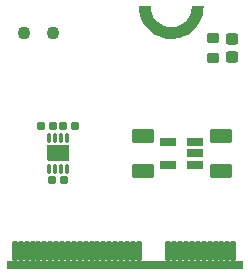
<source format=gbr>
%TF.GenerationSoftware,KiCad,Pcbnew,9.0.0*%
%TF.CreationDate,2025-05-23T16:01:07+04:00*%
%TF.ProjectId,02_06_sensor_temphumid_HDC3022DEJR,30325f30-365f-4736-956e-736f725f7465,rev?*%
%TF.SameCoordinates,Original*%
%TF.FileFunction,Soldermask,Top*%
%TF.FilePolarity,Negative*%
%FSLAX46Y46*%
G04 Gerber Fmt 4.6, Leading zero omitted, Abs format (unit mm)*
G04 Created by KiCad (PCBNEW 9.0.0) date 2025-05-23 16:01:07*
%MOMM*%
%LPD*%
G01*
G04 APERTURE LIST*
G04 Aperture macros list*
%AMRoundRect*
0 Rectangle with rounded corners*
0 $1 Rounding radius*
0 $2 $3 $4 $5 $6 $7 $8 $9 X,Y pos of 4 corners*
0 Add a 4 corners polygon primitive as box body*
4,1,4,$2,$3,$4,$5,$6,$7,$8,$9,$2,$3,0*
0 Add four circle primitives for the rounded corners*
1,1,$1+$1,$2,$3*
1,1,$1+$1,$4,$5*
1,1,$1+$1,$6,$7*
1,1,$1+$1,$8,$9*
0 Add four rect primitives between the rounded corners*
20,1,$1+$1,$2,$3,$4,$5,0*
20,1,$1+$1,$4,$5,$6,$7,0*
20,1,$1+$1,$6,$7,$8,$9,0*
20,1,$1+$1,$8,$9,$2,$3,0*%
%AMFreePoly0*
4,1,15,0.935355,0.685368,0.950000,0.650013,0.950000,-0.650013,0.935355,-0.685368,0.900000,-0.700013,-0.750013,-0.700013,-0.785368,-0.685368,-0.785371,-0.685365,-0.935358,-0.535352,-0.950000,-0.500000,-0.950000,0.650013,-0.935355,0.685368,-0.900000,0.700013,0.900000,0.700013,0.935355,0.685368,0.935355,0.685368,$1*%
G04 Aperture macros list end*
%ADD10C,0.100000*%
%ADD11C,0.000000*%
%ADD12RoundRect,0.101600X0.175000X0.725000X-0.175000X0.725000X-0.175000X-0.725000X0.175000X-0.725000X0*%
%ADD13C,0.657200*%
%ADD14RoundRect,0.243750X-0.281250X0.243750X-0.281250X-0.243750X0.281250X-0.243750X0.281250X0.243750X0*%
%ADD15C,1.100000*%
%ADD16RoundRect,0.160000X-0.160000X-0.210000X0.160000X-0.210000X0.160000X0.210000X-0.160000X0.210000X0*%
%ADD17RoundRect,0.050000X0.600000X-0.300000X0.600000X0.300000X-0.600000X0.300000X-0.600000X-0.300000X0*%
%ADD18RoundRect,0.050000X-0.125006X-0.350000X0.125006X-0.350000X0.125006X0.350000X-0.125006X0.350000X0*%
%ADD19FreePoly0,0.000000*%
%ADD20RoundRect,0.165000X-0.165000X-0.195000X0.165000X-0.195000X0.165000X0.195000X-0.165000X0.195000X0*%
%ADD21RoundRect,0.160000X0.160000X0.210000X-0.160000X0.210000X-0.160000X-0.210000X0.160000X-0.210000X0*%
%ADD22RoundRect,0.271739X0.678261X-0.353261X0.678261X0.353261X-0.678261X0.353261X-0.678261X-0.353261X0*%
%ADD23RoundRect,0.225000X-0.300000X0.225000X-0.300000X-0.225000X0.300000X-0.225000X0.300000X0.225000X0*%
G04 APERTURE END LIST*
D10*
X138550000Y-113900000D02*
X158450000Y-113900000D01*
X158450000Y-114500000D01*
X138550000Y-114500000D01*
X138550000Y-113900000D01*
G36*
X138550000Y-113900000D02*
G01*
X158450000Y-113900000D01*
X158450000Y-114500000D01*
X138550000Y-114500000D01*
X138550000Y-113900000D01*
G37*
D11*
%TO.C,J1*%
G36*
X150777686Y-92669501D02*
G01*
X150856638Y-92964152D01*
X150985556Y-93240617D01*
X151160522Y-93490495D01*
X151376222Y-93706195D01*
X151626100Y-93881161D01*
X151902565Y-94010079D01*
X152197216Y-94089031D01*
X152501100Y-94115617D01*
X152804984Y-94089031D01*
X153099635Y-94010079D01*
X153376100Y-93881161D01*
X153625978Y-93706195D01*
X153841678Y-93490495D01*
X154016644Y-93240617D01*
X154145562Y-92964152D01*
X154251100Y-92365617D01*
X155251100Y-92365617D01*
X155227573Y-92724564D01*
X155157396Y-93077369D01*
X155041769Y-93417996D01*
X154882670Y-93740617D01*
X154682822Y-94039711D01*
X154445644Y-94310161D01*
X154175194Y-94547339D01*
X153876100Y-94747187D01*
X153553479Y-94906286D01*
X153212852Y-95021913D01*
X152501100Y-95115617D01*
X152142153Y-95092090D01*
X151789348Y-95021913D01*
X151448721Y-94906286D01*
X151126100Y-94747187D01*
X150827006Y-94547339D01*
X150556556Y-94310161D01*
X150319378Y-94039711D01*
X150119530Y-93740617D01*
X149960431Y-93417996D01*
X149844804Y-93077369D01*
X149774627Y-92724564D01*
X149751100Y-92365617D01*
X150751100Y-92365617D01*
X150777686Y-92669501D01*
G37*
%TD*%
D12*
%TO.C,J1*%
X157751100Y-113090617D03*
X157251100Y-113090617D03*
X156751100Y-113090617D03*
X156251100Y-113090617D03*
X155751100Y-113090617D03*
X155251100Y-113090617D03*
X154751100Y-113090617D03*
X154251100Y-113090617D03*
X153751100Y-113090617D03*
X153251100Y-113090617D03*
X152751100Y-113090617D03*
X152251100Y-113090617D03*
X149751100Y-113090617D03*
X149251100Y-113090617D03*
X148751100Y-113090617D03*
X148251100Y-113090617D03*
X147751100Y-113090617D03*
X147251100Y-113090617D03*
X146751100Y-113090617D03*
X146251100Y-113090617D03*
X145751100Y-113090617D03*
X145251100Y-113090617D03*
X144751100Y-113090617D03*
X144251100Y-113090617D03*
X143751100Y-113090617D03*
X143251100Y-113090617D03*
X142751100Y-113090617D03*
X142251100Y-113090617D03*
X141751100Y-113090617D03*
X141251100Y-113090617D03*
X140751100Y-113090617D03*
X140251100Y-113090617D03*
X139751100Y-113090617D03*
X139251100Y-113090617D03*
D13*
X150401100Y-93365617D03*
X152501100Y-94665617D03*
X154601100Y-93365617D03*
%TD*%
D14*
%TO.C,D1*%
X157660000Y-95112500D03*
X157660000Y-96687500D03*
%TD*%
D15*
%TO.C,SCL1*%
X142500000Y-94600000D03*
%TD*%
%TO.C,SDA1*%
X140000000Y-94600000D03*
%TD*%
D16*
%TO.C,R2*%
X142439809Y-107099950D03*
X143459809Y-107099950D03*
%TD*%
D17*
%TO.C,U2*%
X154549987Y-105749962D03*
X154549987Y-104800000D03*
X154549987Y-103850038D03*
X152250013Y-103850038D03*
X152250013Y-105749962D03*
%TD*%
D18*
%TO.C,U1*%
X142149936Y-106099950D03*
X142649809Y-106099950D03*
X143149936Y-106099950D03*
X143650064Y-106099950D03*
X143650064Y-103500000D03*
X143149936Y-103500000D03*
X142649809Y-103500000D03*
X142149936Y-103500000D03*
D19*
X142884760Y-104787275D03*
%TD*%
D20*
%TO.C,C1*%
X143369809Y-102499950D03*
X144329809Y-102499950D03*
%TD*%
D21*
%TO.C,R3*%
X142459809Y-102499950D03*
X141439809Y-102499950D03*
%TD*%
D22*
%TO.C,C3*%
X156737500Y-106275000D03*
X156737500Y-103325000D03*
%TD*%
D23*
%TO.C,R1*%
X156000000Y-95075000D03*
X156000000Y-96725000D03*
%TD*%
D22*
%TO.C,C4*%
X150137500Y-106275000D03*
X150137500Y-103325000D03*
%TD*%
M02*

</source>
